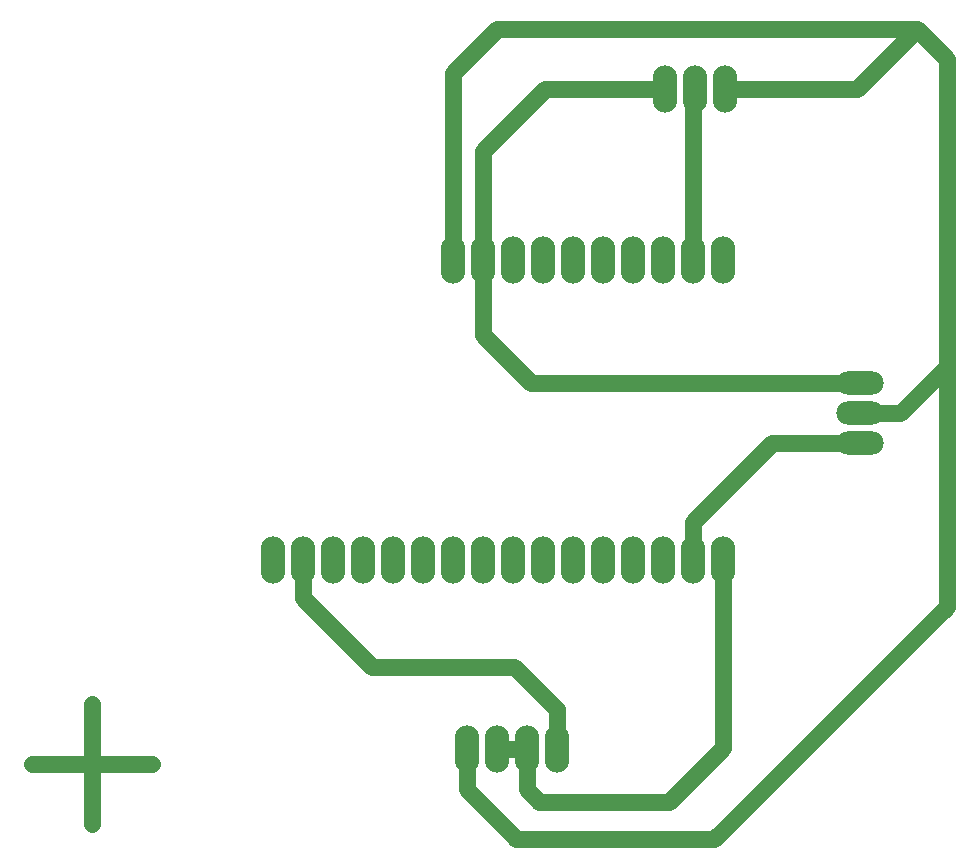
<source format=gbr>
G04 #@! TF.GenerationSoftware,KiCad,Pcbnew,(5.1.2)-2*
G04 #@! TF.CreationDate,2019-10-14T20:46:41-04:00*
G04 #@! TF.ProjectId,dak-base-station,64616b2d-6261-4736-952d-73746174696f,rev?*
G04 #@! TF.SameCoordinates,Original*
G04 #@! TF.FileFunction,Copper,L2,Bot*
G04 #@! TF.FilePolarity,Positive*
%FSLAX46Y46*%
G04 Gerber Fmt 4.6, Leading zero omitted, Abs format (unit mm)*
G04 Created by KiCad (PCBNEW (5.1.2)-2) date 2019-10-14 20:46:41*
%MOMM*%
%LPD*%
G04 APERTURE LIST*
%ADD10O,2.050000X4.000000*%
%ADD11O,4.000000X2.000000*%
%ADD12C,1.010000*%
%ADD13C,1.400000*%
G04 APERTURE END LIST*
D10*
X72390000Y-102870000D03*
X74930000Y-102870000D03*
X77470000Y-102870000D03*
X80010000Y-102870000D03*
X56007000Y-86868000D03*
X58547000Y-86868000D03*
X61087000Y-86868000D03*
X63627000Y-86868000D03*
X66167000Y-86868000D03*
X68707000Y-86868000D03*
X71247000Y-86868000D03*
X73787000Y-86868000D03*
X76327000Y-86868000D03*
X78867000Y-86868000D03*
X81407000Y-86868000D03*
X83947000Y-86868000D03*
X86487000Y-86868000D03*
X89027000Y-86868000D03*
X91567000Y-86868000D03*
X94107000Y-86868000D03*
X94107000Y-61468000D03*
X91567000Y-61468000D03*
X89027000Y-61468000D03*
X86487000Y-61468000D03*
X83947000Y-61468000D03*
X81407000Y-61468000D03*
X78867000Y-61468000D03*
X76327000Y-61468000D03*
X73787000Y-61468000D03*
X71247000Y-61468000D03*
X94234000Y-46990000D03*
X91694000Y-46990000D03*
X89154000Y-46990000D03*
D11*
X105664000Y-76962000D03*
X105664000Y-74422000D03*
X105664000Y-71882000D03*
D12*
X40640000Y-104140000D03*
D13*
X40640000Y-99060000D02*
X40640000Y-109220000D01*
X35560000Y-104140000D02*
X40640000Y-104140000D01*
X40640000Y-104140000D02*
X45720000Y-104140000D01*
X58547000Y-90068000D02*
X64364000Y-95885000D01*
X58547000Y-86868000D02*
X58547000Y-90068000D01*
X80010000Y-99470000D02*
X80010000Y-102870000D01*
X76425000Y-95885000D02*
X80010000Y-99470000D01*
X64364000Y-95885000D02*
X76425000Y-95885000D01*
X94107000Y-102743000D02*
X94107000Y-86868000D01*
X89535000Y-107315000D02*
X94107000Y-102743000D01*
X78515000Y-107315000D02*
X89535000Y-107315000D01*
X77470000Y-102870000D02*
X77470000Y-106270000D01*
X77470000Y-106270000D02*
X78515000Y-107315000D01*
X77470000Y-102870000D02*
X74930000Y-102870000D01*
X79942081Y-41910000D02*
X74930000Y-41910000D01*
X71247000Y-45593000D02*
X71247000Y-61468000D01*
X74930000Y-41910000D02*
X71247000Y-45593000D01*
X72390000Y-106270000D02*
X72390000Y-102870000D01*
X76610000Y-110490000D02*
X72390000Y-106270000D01*
X79942081Y-41910000D02*
X110490000Y-41910000D01*
X94234000Y-46990000D02*
X105410000Y-46990000D01*
X105410000Y-46990000D02*
X110490000Y-41910000D01*
X105664000Y-74422000D02*
X109093000Y-74422000D01*
X109093000Y-74422000D02*
X113030000Y-70485000D01*
X113030000Y-44450000D02*
X110490000Y-41910000D01*
X113030000Y-70485000D02*
X113030000Y-44450000D01*
X113030000Y-90805000D02*
X93345000Y-110490000D01*
X113030000Y-70485000D02*
X113030000Y-90805000D01*
X93345000Y-110490000D02*
X76610000Y-110490000D01*
X91567000Y-83668000D02*
X91567000Y-86868000D01*
X98273000Y-76962000D02*
X91567000Y-83668000D01*
X105664000Y-76962000D02*
X98273000Y-76962000D01*
X79030000Y-46990000D02*
X81280000Y-46990000D01*
X73787000Y-52233000D02*
X79030000Y-46990000D01*
X73787000Y-61468000D02*
X73787000Y-52233000D01*
X81280000Y-46990000D02*
X89154000Y-46990000D01*
X73787000Y-64668000D02*
X73787000Y-61468000D01*
X73787000Y-67788217D02*
X73787000Y-64668000D01*
X77880783Y-71882000D02*
X73787000Y-67788217D01*
X105664000Y-71882000D02*
X77880783Y-71882000D01*
X91567000Y-47117000D02*
X91694000Y-46990000D01*
X91567000Y-61468000D02*
X91567000Y-47117000D01*
M02*

</source>
